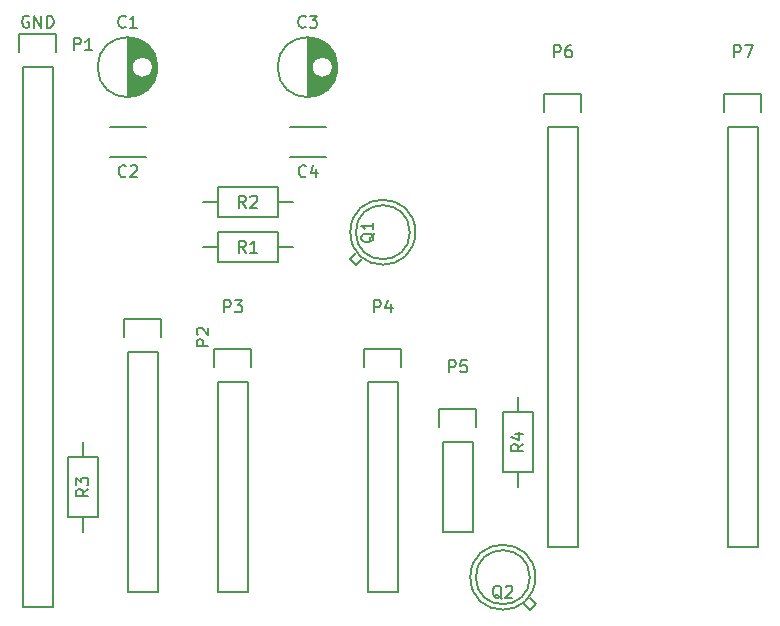
<source format=gbr>
G04 #@! TF.FileFunction,Legend,Top*
%FSLAX46Y46*%
G04 Gerber Fmt 4.6, Leading zero omitted, Abs format (unit mm)*
G04 Created by KiCad (PCBNEW 4.0.6-e0-6349~53~ubuntu16.04.1) date Fri Apr  7 11:58:01 2017*
%MOMM*%
%LPD*%
G01*
G04 APERTURE LIST*
%ADD10C,0.100000*%
%ADD11C,0.150000*%
G04 APERTURE END LIST*
D10*
D11*
X106930000Y-96500000D02*
X103930000Y-96500000D01*
X103930000Y-94000000D02*
X106930000Y-94000000D01*
X102870000Y-101600000D02*
X97790000Y-101600000D01*
X97790000Y-101600000D02*
X97790000Y-99060000D01*
X97790000Y-99060000D02*
X102870000Y-99060000D01*
X102870000Y-99060000D02*
X102870000Y-101600000D01*
X102870000Y-100330000D02*
X104140000Y-100330000D01*
X97790000Y-100330000D02*
X96520000Y-100330000D01*
X102870000Y-105410000D02*
X97790000Y-105410000D01*
X97790000Y-105410000D02*
X97790000Y-102870000D01*
X97790000Y-102870000D02*
X102870000Y-102870000D01*
X102870000Y-102870000D02*
X102870000Y-105410000D01*
X102870000Y-104140000D02*
X104140000Y-104140000D01*
X97790000Y-104140000D02*
X96520000Y-104140000D01*
X109474000Y-105664000D02*
X109982000Y-105156000D01*
X109474000Y-104648000D02*
X108966000Y-105156000D01*
X108966000Y-105156000D02*
X109474000Y-105664000D01*
X114046000Y-102870000D02*
G75*
G03X114046000Y-102870000I-2286000J0D01*
G01*
X114510000Y-102870000D02*
G75*
G03X114510000Y-102870000I-2750000J0D01*
G01*
X140970000Y-93980000D02*
X140970000Y-129540000D01*
X140970000Y-129540000D02*
X143510000Y-129540000D01*
X143510000Y-129540000D02*
X143510000Y-93980000D01*
X143790000Y-91160000D02*
X143790000Y-92710000D01*
X143510000Y-93980000D02*
X140970000Y-93980000D01*
X140690000Y-92710000D02*
X140690000Y-91160000D01*
X140690000Y-91160000D02*
X143790000Y-91160000D01*
X125730000Y-93980000D02*
X125730000Y-129540000D01*
X125730000Y-129540000D02*
X128270000Y-129540000D01*
X128270000Y-129540000D02*
X128270000Y-93980000D01*
X128550000Y-91160000D02*
X128550000Y-92710000D01*
X128270000Y-93980000D02*
X125730000Y-93980000D01*
X125450000Y-92710000D02*
X125450000Y-91160000D01*
X125450000Y-91160000D02*
X128550000Y-91160000D01*
X116840000Y-120650000D02*
X116840000Y-128270000D01*
X119380000Y-120650000D02*
X119380000Y-128270000D01*
X119660000Y-117830000D02*
X119660000Y-119380000D01*
X116840000Y-128270000D02*
X119380000Y-128270000D01*
X119380000Y-120650000D02*
X116840000Y-120650000D01*
X116560000Y-119380000D02*
X116560000Y-117830000D01*
X116560000Y-117830000D02*
X119660000Y-117830000D01*
X113030000Y-115570000D02*
X113030000Y-133350000D01*
X113030000Y-133350000D02*
X110490000Y-133350000D01*
X110490000Y-133350000D02*
X110490000Y-115570000D01*
X113310000Y-112750000D02*
X113310000Y-114300000D01*
X113030000Y-115570000D02*
X110490000Y-115570000D01*
X110210000Y-114300000D02*
X110210000Y-112750000D01*
X110210000Y-112750000D02*
X113310000Y-112750000D01*
X100330000Y-115570000D02*
X100330000Y-133350000D01*
X100330000Y-133350000D02*
X97790000Y-133350000D01*
X97790000Y-133350000D02*
X97790000Y-115570000D01*
X100610000Y-112750000D02*
X100610000Y-114300000D01*
X100330000Y-115570000D02*
X97790000Y-115570000D01*
X97510000Y-114300000D02*
X97510000Y-112750000D01*
X97510000Y-112750000D02*
X100610000Y-112750000D01*
X81280000Y-88900000D02*
X81280000Y-134620000D01*
X81280000Y-134620000D02*
X83820000Y-134620000D01*
X83820000Y-134620000D02*
X83820000Y-88900000D01*
X81000000Y-86080000D02*
X81000000Y-87630000D01*
X81280000Y-88900000D02*
X83820000Y-88900000D01*
X84100000Y-87630000D02*
X84100000Y-86080000D01*
X84100000Y-86080000D02*
X81000000Y-86080000D01*
X105465000Y-86401000D02*
X105465000Y-91399000D01*
X105605000Y-86409000D02*
X105605000Y-91391000D01*
X105745000Y-86425000D02*
X105745000Y-88805000D01*
X105745000Y-88995000D02*
X105745000Y-91375000D01*
X105885000Y-86449000D02*
X105885000Y-88410000D01*
X105885000Y-89390000D02*
X105885000Y-91351000D01*
X106025000Y-86482000D02*
X106025000Y-88243000D01*
X106025000Y-89557000D02*
X106025000Y-91318000D01*
X106165000Y-86523000D02*
X106165000Y-88136000D01*
X106165000Y-89664000D02*
X106165000Y-91277000D01*
X106305000Y-86573000D02*
X106305000Y-88065000D01*
X106305000Y-89735000D02*
X106305000Y-91227000D01*
X106445000Y-86634000D02*
X106445000Y-88021000D01*
X106445000Y-89779000D02*
X106445000Y-91166000D01*
X106585000Y-86704000D02*
X106585000Y-88002000D01*
X106585000Y-89798000D02*
X106585000Y-91096000D01*
X106725000Y-86786000D02*
X106725000Y-88004000D01*
X106725000Y-89796000D02*
X106725000Y-91014000D01*
X106865000Y-86881000D02*
X106865000Y-88029000D01*
X106865000Y-89771000D02*
X106865000Y-90919000D01*
X107005000Y-86992000D02*
X107005000Y-88077000D01*
X107005000Y-89723000D02*
X107005000Y-90808000D01*
X107145000Y-87120000D02*
X107145000Y-88155000D01*
X107145000Y-89645000D02*
X107145000Y-90680000D01*
X107285000Y-87269000D02*
X107285000Y-88272000D01*
X107285000Y-89528000D02*
X107285000Y-90531000D01*
X107425000Y-87448000D02*
X107425000Y-88460000D01*
X107425000Y-89340000D02*
X107425000Y-90352000D01*
X107565000Y-87667000D02*
X107565000Y-90133000D01*
X107705000Y-87956000D02*
X107705000Y-89844000D01*
X107845000Y-88428000D02*
X107845000Y-89372000D01*
X107540000Y-88900000D02*
G75*
G03X107540000Y-88900000I-900000J0D01*
G01*
X107927500Y-88900000D02*
G75*
G03X107927500Y-88900000I-2537500J0D01*
G01*
X91690000Y-96500000D02*
X88690000Y-96500000D01*
X88690000Y-94000000D02*
X91690000Y-94000000D01*
X90225000Y-86401000D02*
X90225000Y-91399000D01*
X90365000Y-86409000D02*
X90365000Y-91391000D01*
X90505000Y-86425000D02*
X90505000Y-88805000D01*
X90505000Y-88995000D02*
X90505000Y-91375000D01*
X90645000Y-86449000D02*
X90645000Y-88410000D01*
X90645000Y-89390000D02*
X90645000Y-91351000D01*
X90785000Y-86482000D02*
X90785000Y-88243000D01*
X90785000Y-89557000D02*
X90785000Y-91318000D01*
X90925000Y-86523000D02*
X90925000Y-88136000D01*
X90925000Y-89664000D02*
X90925000Y-91277000D01*
X91065000Y-86573000D02*
X91065000Y-88065000D01*
X91065000Y-89735000D02*
X91065000Y-91227000D01*
X91205000Y-86634000D02*
X91205000Y-88021000D01*
X91205000Y-89779000D02*
X91205000Y-91166000D01*
X91345000Y-86704000D02*
X91345000Y-88002000D01*
X91345000Y-89798000D02*
X91345000Y-91096000D01*
X91485000Y-86786000D02*
X91485000Y-88004000D01*
X91485000Y-89796000D02*
X91485000Y-91014000D01*
X91625000Y-86881000D02*
X91625000Y-88029000D01*
X91625000Y-89771000D02*
X91625000Y-90919000D01*
X91765000Y-86992000D02*
X91765000Y-88077000D01*
X91765000Y-89723000D02*
X91765000Y-90808000D01*
X91905000Y-87120000D02*
X91905000Y-88155000D01*
X91905000Y-89645000D02*
X91905000Y-90680000D01*
X92045000Y-87269000D02*
X92045000Y-88272000D01*
X92045000Y-89528000D02*
X92045000Y-90531000D01*
X92185000Y-87448000D02*
X92185000Y-88460000D01*
X92185000Y-89340000D02*
X92185000Y-90352000D01*
X92325000Y-87667000D02*
X92325000Y-90133000D01*
X92465000Y-87956000D02*
X92465000Y-89844000D01*
X92605000Y-88428000D02*
X92605000Y-89372000D01*
X92300000Y-88900000D02*
G75*
G03X92300000Y-88900000I-900000J0D01*
G01*
X92687500Y-88900000D02*
G75*
G03X92687500Y-88900000I-2537500J0D01*
G01*
X124714000Y-134366000D02*
X124206000Y-133858000D01*
X123698000Y-134366000D02*
X124206000Y-134874000D01*
X124206000Y-134874000D02*
X124714000Y-134366000D01*
X124206000Y-132080000D02*
G75*
G03X124206000Y-132080000I-2286000J0D01*
G01*
X124670000Y-132080000D02*
G75*
G03X124670000Y-132080000I-2750000J0D01*
G01*
X87630000Y-121920000D02*
X87630000Y-127000000D01*
X87630000Y-127000000D02*
X85090000Y-127000000D01*
X85090000Y-127000000D02*
X85090000Y-121920000D01*
X85090000Y-121920000D02*
X87630000Y-121920000D01*
X86360000Y-121920000D02*
X86360000Y-120650000D01*
X86360000Y-127000000D02*
X86360000Y-128270000D01*
X124460000Y-118110000D02*
X124460000Y-123190000D01*
X124460000Y-123190000D02*
X121920000Y-123190000D01*
X121920000Y-123190000D02*
X121920000Y-118110000D01*
X121920000Y-118110000D02*
X124460000Y-118110000D01*
X123190000Y-118110000D02*
X123190000Y-116840000D01*
X123190000Y-123190000D02*
X123190000Y-124460000D01*
X90170000Y-113030000D02*
X90170000Y-133350000D01*
X90170000Y-133350000D02*
X92710000Y-133350000D01*
X92710000Y-133350000D02*
X92710000Y-113030000D01*
X89890000Y-110210000D02*
X89890000Y-111760000D01*
X90170000Y-113030000D02*
X92710000Y-113030000D01*
X92990000Y-111760000D02*
X92990000Y-110210000D01*
X92990000Y-110210000D02*
X89890000Y-110210000D01*
X105263334Y-98107143D02*
X105215715Y-98154762D01*
X105072858Y-98202381D01*
X104977620Y-98202381D01*
X104834762Y-98154762D01*
X104739524Y-98059524D01*
X104691905Y-97964286D01*
X104644286Y-97773810D01*
X104644286Y-97630952D01*
X104691905Y-97440476D01*
X104739524Y-97345238D01*
X104834762Y-97250000D01*
X104977620Y-97202381D01*
X105072858Y-97202381D01*
X105215715Y-97250000D01*
X105263334Y-97297619D01*
X106120477Y-97535714D02*
X106120477Y-98202381D01*
X105882381Y-97154762D02*
X105644286Y-97869048D01*
X106263334Y-97869048D01*
X100163334Y-100782381D02*
X99830000Y-100306190D01*
X99591905Y-100782381D02*
X99591905Y-99782381D01*
X99972858Y-99782381D01*
X100068096Y-99830000D01*
X100115715Y-99877619D01*
X100163334Y-99972857D01*
X100163334Y-100115714D01*
X100115715Y-100210952D01*
X100068096Y-100258571D01*
X99972858Y-100306190D01*
X99591905Y-100306190D01*
X100544286Y-99877619D02*
X100591905Y-99830000D01*
X100687143Y-99782381D01*
X100925239Y-99782381D01*
X101020477Y-99830000D01*
X101068096Y-99877619D01*
X101115715Y-99972857D01*
X101115715Y-100068095D01*
X101068096Y-100210952D01*
X100496667Y-100782381D01*
X101115715Y-100782381D01*
X100163334Y-104592381D02*
X99830000Y-104116190D01*
X99591905Y-104592381D02*
X99591905Y-103592381D01*
X99972858Y-103592381D01*
X100068096Y-103640000D01*
X100115715Y-103687619D01*
X100163334Y-103782857D01*
X100163334Y-103925714D01*
X100115715Y-104020952D01*
X100068096Y-104068571D01*
X99972858Y-104116190D01*
X99591905Y-104116190D01*
X101115715Y-104592381D02*
X100544286Y-104592381D01*
X100830000Y-104592381D02*
X100830000Y-103592381D01*
X100734762Y-103735238D01*
X100639524Y-103830476D01*
X100544286Y-103878095D01*
X111037619Y-102965238D02*
X110990000Y-103060476D01*
X110894762Y-103155714D01*
X110751905Y-103298571D01*
X110704286Y-103393810D01*
X110704286Y-103489048D01*
X110942381Y-103441429D02*
X110894762Y-103536667D01*
X110799524Y-103631905D01*
X110609048Y-103679524D01*
X110275714Y-103679524D01*
X110085238Y-103631905D01*
X109990000Y-103536667D01*
X109942381Y-103441429D01*
X109942381Y-103250952D01*
X109990000Y-103155714D01*
X110085238Y-103060476D01*
X110275714Y-103012857D01*
X110609048Y-103012857D01*
X110799524Y-103060476D01*
X110894762Y-103155714D01*
X110942381Y-103250952D01*
X110942381Y-103441429D01*
X110942381Y-102060476D02*
X110942381Y-102631905D01*
X110942381Y-102346191D02*
X109942381Y-102346191D01*
X110085238Y-102441429D01*
X110180476Y-102536667D01*
X110228095Y-102631905D01*
X141501905Y-88062381D02*
X141501905Y-87062381D01*
X141882858Y-87062381D01*
X141978096Y-87110000D01*
X142025715Y-87157619D01*
X142073334Y-87252857D01*
X142073334Y-87395714D01*
X142025715Y-87490952D01*
X141978096Y-87538571D01*
X141882858Y-87586190D01*
X141501905Y-87586190D01*
X142406667Y-87062381D02*
X143073334Y-87062381D01*
X142644762Y-88062381D01*
X126261905Y-88062381D02*
X126261905Y-87062381D01*
X126642858Y-87062381D01*
X126738096Y-87110000D01*
X126785715Y-87157619D01*
X126833334Y-87252857D01*
X126833334Y-87395714D01*
X126785715Y-87490952D01*
X126738096Y-87538571D01*
X126642858Y-87586190D01*
X126261905Y-87586190D01*
X127690477Y-87062381D02*
X127500000Y-87062381D01*
X127404762Y-87110000D01*
X127357143Y-87157619D01*
X127261905Y-87300476D01*
X127214286Y-87490952D01*
X127214286Y-87871905D01*
X127261905Y-87967143D01*
X127309524Y-88014762D01*
X127404762Y-88062381D01*
X127595239Y-88062381D01*
X127690477Y-88014762D01*
X127738096Y-87967143D01*
X127785715Y-87871905D01*
X127785715Y-87633810D01*
X127738096Y-87538571D01*
X127690477Y-87490952D01*
X127595239Y-87443333D01*
X127404762Y-87443333D01*
X127309524Y-87490952D01*
X127261905Y-87538571D01*
X127214286Y-87633810D01*
X117371905Y-114732381D02*
X117371905Y-113732381D01*
X117752858Y-113732381D01*
X117848096Y-113780000D01*
X117895715Y-113827619D01*
X117943334Y-113922857D01*
X117943334Y-114065714D01*
X117895715Y-114160952D01*
X117848096Y-114208571D01*
X117752858Y-114256190D01*
X117371905Y-114256190D01*
X118848096Y-113732381D02*
X118371905Y-113732381D01*
X118324286Y-114208571D01*
X118371905Y-114160952D01*
X118467143Y-114113333D01*
X118705239Y-114113333D01*
X118800477Y-114160952D01*
X118848096Y-114208571D01*
X118895715Y-114303810D01*
X118895715Y-114541905D01*
X118848096Y-114637143D01*
X118800477Y-114684762D01*
X118705239Y-114732381D01*
X118467143Y-114732381D01*
X118371905Y-114684762D01*
X118324286Y-114637143D01*
X111021905Y-109652381D02*
X111021905Y-108652381D01*
X111402858Y-108652381D01*
X111498096Y-108700000D01*
X111545715Y-108747619D01*
X111593334Y-108842857D01*
X111593334Y-108985714D01*
X111545715Y-109080952D01*
X111498096Y-109128571D01*
X111402858Y-109176190D01*
X111021905Y-109176190D01*
X112450477Y-108985714D02*
X112450477Y-109652381D01*
X112212381Y-108604762D02*
X111974286Y-109319048D01*
X112593334Y-109319048D01*
X98321905Y-109652381D02*
X98321905Y-108652381D01*
X98702858Y-108652381D01*
X98798096Y-108700000D01*
X98845715Y-108747619D01*
X98893334Y-108842857D01*
X98893334Y-108985714D01*
X98845715Y-109080952D01*
X98798096Y-109128571D01*
X98702858Y-109176190D01*
X98321905Y-109176190D01*
X99226667Y-108652381D02*
X99845715Y-108652381D01*
X99512381Y-109033333D01*
X99655239Y-109033333D01*
X99750477Y-109080952D01*
X99798096Y-109128571D01*
X99845715Y-109223810D01*
X99845715Y-109461905D01*
X99798096Y-109557143D01*
X99750477Y-109604762D01*
X99655239Y-109652381D01*
X99369524Y-109652381D01*
X99274286Y-109604762D01*
X99226667Y-109557143D01*
X85621905Y-87447381D02*
X85621905Y-86447381D01*
X86002858Y-86447381D01*
X86098096Y-86495000D01*
X86145715Y-86542619D01*
X86193334Y-86637857D01*
X86193334Y-86780714D01*
X86145715Y-86875952D01*
X86098096Y-86923571D01*
X86002858Y-86971190D01*
X85621905Y-86971190D01*
X87145715Y-87447381D02*
X86574286Y-87447381D01*
X86860000Y-87447381D02*
X86860000Y-86447381D01*
X86764762Y-86590238D01*
X86669524Y-86685476D01*
X86574286Y-86733095D01*
X81788096Y-84590000D02*
X81692858Y-84542381D01*
X81550001Y-84542381D01*
X81407143Y-84590000D01*
X81311905Y-84685238D01*
X81264286Y-84780476D01*
X81216667Y-84970952D01*
X81216667Y-85113810D01*
X81264286Y-85304286D01*
X81311905Y-85399524D01*
X81407143Y-85494762D01*
X81550001Y-85542381D01*
X81645239Y-85542381D01*
X81788096Y-85494762D01*
X81835715Y-85447143D01*
X81835715Y-85113810D01*
X81645239Y-85113810D01*
X82264286Y-85542381D02*
X82264286Y-84542381D01*
X82835715Y-85542381D01*
X82835715Y-84542381D01*
X83311905Y-85542381D02*
X83311905Y-84542381D01*
X83550000Y-84542381D01*
X83692858Y-84590000D01*
X83788096Y-84685238D01*
X83835715Y-84780476D01*
X83883334Y-84970952D01*
X83883334Y-85113810D01*
X83835715Y-85304286D01*
X83788096Y-85399524D01*
X83692858Y-85494762D01*
X83550000Y-85542381D01*
X83311905Y-85542381D01*
X105223334Y-85457143D02*
X105175715Y-85504762D01*
X105032858Y-85552381D01*
X104937620Y-85552381D01*
X104794762Y-85504762D01*
X104699524Y-85409524D01*
X104651905Y-85314286D01*
X104604286Y-85123810D01*
X104604286Y-84980952D01*
X104651905Y-84790476D01*
X104699524Y-84695238D01*
X104794762Y-84600000D01*
X104937620Y-84552381D01*
X105032858Y-84552381D01*
X105175715Y-84600000D01*
X105223334Y-84647619D01*
X105556667Y-84552381D02*
X106175715Y-84552381D01*
X105842381Y-84933333D01*
X105985239Y-84933333D01*
X106080477Y-84980952D01*
X106128096Y-85028571D01*
X106175715Y-85123810D01*
X106175715Y-85361905D01*
X106128096Y-85457143D01*
X106080477Y-85504762D01*
X105985239Y-85552381D01*
X105699524Y-85552381D01*
X105604286Y-85504762D01*
X105556667Y-85457143D01*
X90023334Y-98107143D02*
X89975715Y-98154762D01*
X89832858Y-98202381D01*
X89737620Y-98202381D01*
X89594762Y-98154762D01*
X89499524Y-98059524D01*
X89451905Y-97964286D01*
X89404286Y-97773810D01*
X89404286Y-97630952D01*
X89451905Y-97440476D01*
X89499524Y-97345238D01*
X89594762Y-97250000D01*
X89737620Y-97202381D01*
X89832858Y-97202381D01*
X89975715Y-97250000D01*
X90023334Y-97297619D01*
X90404286Y-97297619D02*
X90451905Y-97250000D01*
X90547143Y-97202381D01*
X90785239Y-97202381D01*
X90880477Y-97250000D01*
X90928096Y-97297619D01*
X90975715Y-97392857D01*
X90975715Y-97488095D01*
X90928096Y-97630952D01*
X90356667Y-98202381D01*
X90975715Y-98202381D01*
X89983334Y-85457143D02*
X89935715Y-85504762D01*
X89792858Y-85552381D01*
X89697620Y-85552381D01*
X89554762Y-85504762D01*
X89459524Y-85409524D01*
X89411905Y-85314286D01*
X89364286Y-85123810D01*
X89364286Y-84980952D01*
X89411905Y-84790476D01*
X89459524Y-84695238D01*
X89554762Y-84600000D01*
X89697620Y-84552381D01*
X89792858Y-84552381D01*
X89935715Y-84600000D01*
X89983334Y-84647619D01*
X90935715Y-85552381D02*
X90364286Y-85552381D01*
X90650000Y-85552381D02*
X90650000Y-84552381D01*
X90554762Y-84695238D01*
X90459524Y-84790476D01*
X90364286Y-84838095D01*
X121824762Y-133897619D02*
X121729524Y-133850000D01*
X121634286Y-133754762D01*
X121491429Y-133611905D01*
X121396190Y-133564286D01*
X121300952Y-133564286D01*
X121348571Y-133802381D02*
X121253333Y-133754762D01*
X121158095Y-133659524D01*
X121110476Y-133469048D01*
X121110476Y-133135714D01*
X121158095Y-132945238D01*
X121253333Y-132850000D01*
X121348571Y-132802381D01*
X121539048Y-132802381D01*
X121634286Y-132850000D01*
X121729524Y-132945238D01*
X121777143Y-133135714D01*
X121777143Y-133469048D01*
X121729524Y-133659524D01*
X121634286Y-133754762D01*
X121539048Y-133802381D01*
X121348571Y-133802381D01*
X122158095Y-132897619D02*
X122205714Y-132850000D01*
X122300952Y-132802381D01*
X122539048Y-132802381D01*
X122634286Y-132850000D01*
X122681905Y-132897619D01*
X122729524Y-132992857D01*
X122729524Y-133088095D01*
X122681905Y-133230952D01*
X122110476Y-133802381D01*
X122729524Y-133802381D01*
X86812381Y-124626666D02*
X86336190Y-124960000D01*
X86812381Y-125198095D02*
X85812381Y-125198095D01*
X85812381Y-124817142D01*
X85860000Y-124721904D01*
X85907619Y-124674285D01*
X86002857Y-124626666D01*
X86145714Y-124626666D01*
X86240952Y-124674285D01*
X86288571Y-124721904D01*
X86336190Y-124817142D01*
X86336190Y-125198095D01*
X85812381Y-124293333D02*
X85812381Y-123674285D01*
X86193333Y-124007619D01*
X86193333Y-123864761D01*
X86240952Y-123769523D01*
X86288571Y-123721904D01*
X86383810Y-123674285D01*
X86621905Y-123674285D01*
X86717143Y-123721904D01*
X86764762Y-123769523D01*
X86812381Y-123864761D01*
X86812381Y-124150476D01*
X86764762Y-124245714D01*
X86717143Y-124293333D01*
X123642381Y-120816666D02*
X123166190Y-121150000D01*
X123642381Y-121388095D02*
X122642381Y-121388095D01*
X122642381Y-121007142D01*
X122690000Y-120911904D01*
X122737619Y-120864285D01*
X122832857Y-120816666D01*
X122975714Y-120816666D01*
X123070952Y-120864285D01*
X123118571Y-120911904D01*
X123166190Y-121007142D01*
X123166190Y-121388095D01*
X122975714Y-119959523D02*
X123642381Y-119959523D01*
X122594762Y-120197619D02*
X123309048Y-120435714D01*
X123309048Y-119816666D01*
X96992381Y-112498095D02*
X95992381Y-112498095D01*
X95992381Y-112117142D01*
X96040000Y-112021904D01*
X96087619Y-111974285D01*
X96182857Y-111926666D01*
X96325714Y-111926666D01*
X96420952Y-111974285D01*
X96468571Y-112021904D01*
X96516190Y-112117142D01*
X96516190Y-112498095D01*
X96087619Y-111545714D02*
X96040000Y-111498095D01*
X95992381Y-111402857D01*
X95992381Y-111164761D01*
X96040000Y-111069523D01*
X96087619Y-111021904D01*
X96182857Y-110974285D01*
X96278095Y-110974285D01*
X96420952Y-111021904D01*
X96992381Y-111593333D01*
X96992381Y-110974285D01*
M02*

</source>
